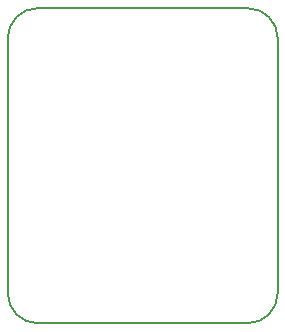
<source format=gko>
%TF.GenerationSoftware,KiCad,Pcbnew,4.0.5-e0-6337~49~ubuntu16.04.1*%
%TF.CreationDate,2017-04-01T19:42:10-07:00*%
%TF.ProjectId,throwie-layers,7468726F7769652D6C61796572732E6B,1.0*%
%TF.FileFunction,Profile,NP*%
%FSLAX46Y46*%
G04 Gerber Fmt 4.6, Leading zero omitted, Abs format (unit mm)*
G04 Created by KiCad (PCBNEW 4.0.5-e0-6337~49~ubuntu16.04.1) date Sat Apr  1 19:42:10 2017*
%MOMM*%
%LPD*%
G01*
G04 APERTURE LIST*
%ADD10C,0.350000*%
%ADD11C,0.152400*%
G04 APERTURE END LIST*
D10*
D11*
X52070000Y-20955000D02*
X69850000Y-20955000D01*
X49530000Y-45085000D02*
G75*
G03X52070000Y-47625000I2540000J0D01*
G01*
X49530000Y-23495000D02*
X49530000Y-45085000D01*
X52070000Y-20955000D02*
G75*
G03X49530000Y-23495000I0J-2540000D01*
G01*
X69850000Y-47625000D02*
G75*
G03X72390000Y-45085000I0J2540000D01*
G01*
X72390000Y-23495000D02*
G75*
G03X69850000Y-20955000I-2540000J0D01*
G01*
X52070000Y-47625000D02*
X69850000Y-47625000D01*
X72390000Y-23495000D02*
X72390000Y-45085000D01*
M02*

</source>
